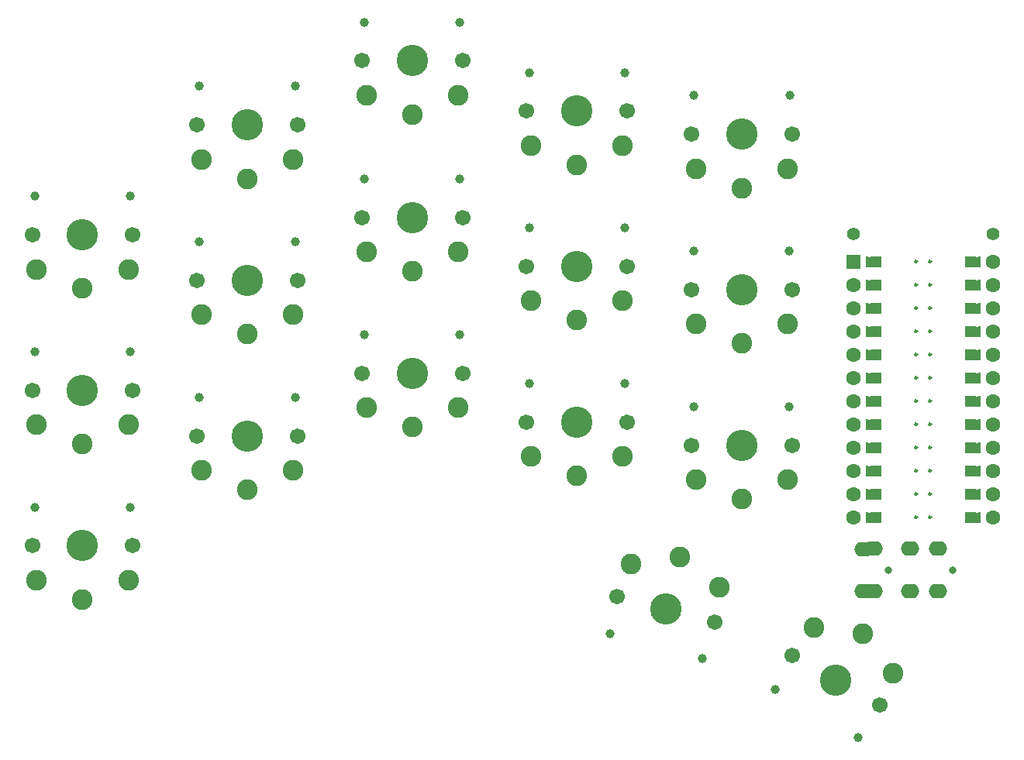
<source format=gbr>
%TF.GenerationSoftware,KiCad,Pcbnew,7.0.2*%
%TF.CreationDate,2023-04-26T16:25:08+02:00*%
%TF.ProjectId,half-swept,68616c66-2d73-4776-9570-742e6b696361,rev?*%
%TF.SameCoordinates,Original*%
%TF.FileFunction,Soldermask,Top*%
%TF.FilePolarity,Negative*%
%FSLAX46Y46*%
G04 Gerber Fmt 4.6, Leading zero omitted, Abs format (unit mm)*
G04 Created by KiCad (PCBNEW 7.0.2) date 2023-04-26 16:25:08*
%MOMM*%
%LPD*%
G01*
G04 APERTURE LIST*
G04 Aperture macros list*
%AMFreePoly0*
4,1,6,0.600000,0.200000,0.000000,-0.400000,-0.600000,0.200000,-0.600000,0.400000,0.600000,0.400000,0.600000,0.200000,0.600000,0.200000,$1*%
%AMFreePoly1*
4,1,6,0.600000,-0.250000,-0.600000,-0.250000,-0.600000,1.000000,0.000000,0.400000,0.600000,1.000000,0.600000,-0.250000,0.600000,-0.250000,$1*%
G04 Aperture macros list end*
%ADD10C,0.250000*%
%ADD11C,0.100000*%
%ADD12C,1.397000*%
%ADD13C,0.800000*%
%ADD14O,2.000000X1.600000*%
%ADD15C,1.701800*%
%ADD16C,0.990600*%
%ADD17C,3.429000*%
%ADD18C,2.262000*%
%ADD19C,1.600000*%
%ADD20FreePoly0,270.000000*%
%ADD21FreePoly0,90.000000*%
%ADD22R,1.600000X1.600000*%
%ADD23FreePoly1,90.000000*%
%ADD24FreePoly1,270.000000*%
G04 APERTURE END LIST*
D10*
%TO.C,U1*%
X119759000Y-49022000D02*
G75*
G03*
X119759000Y-49022000I-125000J0D01*
G01*
X118235000Y-49022000D02*
G75*
G03*
X118235000Y-49022000I-125000J0D01*
G01*
X119759000Y-51562000D02*
G75*
G03*
X119759000Y-51562000I-125000J0D01*
G01*
X118235000Y-51562000D02*
G75*
G03*
X118235000Y-51562000I-125000J0D01*
G01*
X119759000Y-54102000D02*
G75*
G03*
X119759000Y-54102000I-125000J0D01*
G01*
X118235000Y-54102000D02*
G75*
G03*
X118235000Y-54102000I-125000J0D01*
G01*
X119759000Y-56642000D02*
G75*
G03*
X119759000Y-56642000I-125000J0D01*
G01*
X118235000Y-56642000D02*
G75*
G03*
X118235000Y-56642000I-125000J0D01*
G01*
X119759000Y-59182000D02*
G75*
G03*
X119759000Y-59182000I-125000J0D01*
G01*
X118235000Y-59182000D02*
G75*
G03*
X118235000Y-59182000I-125000J0D01*
G01*
X119759000Y-61722000D02*
G75*
G03*
X119759000Y-61722000I-125000J0D01*
G01*
X118235000Y-61722000D02*
G75*
G03*
X118235000Y-61722000I-125000J0D01*
G01*
X119759000Y-64262000D02*
G75*
G03*
X119759000Y-64262000I-125000J0D01*
G01*
X118235000Y-64262000D02*
G75*
G03*
X118235000Y-64262000I-125000J0D01*
G01*
X119759000Y-66802000D02*
G75*
G03*
X119759000Y-66802000I-125000J0D01*
G01*
X118235000Y-66802000D02*
G75*
G03*
X118235000Y-66802000I-125000J0D01*
G01*
X119759000Y-69342000D02*
G75*
G03*
X119759000Y-69342000I-125000J0D01*
G01*
X118235000Y-69342000D02*
G75*
G03*
X118235000Y-69342000I-125000J0D01*
G01*
X119759000Y-71882000D02*
G75*
G03*
X119759000Y-71882000I-125000J0D01*
G01*
X118235000Y-71882000D02*
G75*
G03*
X118235000Y-71882000I-125000J0D01*
G01*
X119759000Y-74422000D02*
G75*
G03*
X119759000Y-74422000I-125000J0D01*
G01*
X118235000Y-74422000D02*
G75*
G03*
X118235000Y-74422000I-125000J0D01*
G01*
X119759000Y-76962000D02*
G75*
G03*
X119759000Y-76962000I-125000J0D01*
G01*
X118235000Y-76962000D02*
G75*
G03*
X118235000Y-76962000I-125000J0D01*
G01*
D11*
X113792000Y-49530000D02*
X112776000Y-49530000D01*
X112776000Y-48514000D01*
X113792000Y-48514000D01*
X113792000Y-49530000D01*
G36*
X113792000Y-49530000D02*
G01*
X112776000Y-49530000D01*
X112776000Y-48514000D01*
X113792000Y-48514000D01*
X113792000Y-49530000D01*
G37*
X124968000Y-49530000D02*
X123952000Y-49530000D01*
X123952000Y-48514000D01*
X124968000Y-48514000D01*
X124968000Y-49530000D01*
G36*
X124968000Y-49530000D02*
G01*
X123952000Y-49530000D01*
X123952000Y-48514000D01*
X124968000Y-48514000D01*
X124968000Y-49530000D01*
G37*
X113792000Y-52070000D02*
X112776000Y-52070000D01*
X112776000Y-51054000D01*
X113792000Y-51054000D01*
X113792000Y-52070000D01*
G36*
X113792000Y-52070000D02*
G01*
X112776000Y-52070000D01*
X112776000Y-51054000D01*
X113792000Y-51054000D01*
X113792000Y-52070000D01*
G37*
X124968000Y-52070000D02*
X123952000Y-52070000D01*
X123952000Y-51054000D01*
X124968000Y-51054000D01*
X124968000Y-52070000D01*
G36*
X124968000Y-52070000D02*
G01*
X123952000Y-52070000D01*
X123952000Y-51054000D01*
X124968000Y-51054000D01*
X124968000Y-52070000D01*
G37*
X113792000Y-54610000D02*
X112776000Y-54610000D01*
X112776000Y-53594000D01*
X113792000Y-53594000D01*
X113792000Y-54610000D01*
G36*
X113792000Y-54610000D02*
G01*
X112776000Y-54610000D01*
X112776000Y-53594000D01*
X113792000Y-53594000D01*
X113792000Y-54610000D01*
G37*
X124968000Y-54610000D02*
X123952000Y-54610000D01*
X123952000Y-53594000D01*
X124968000Y-53594000D01*
X124968000Y-54610000D01*
G36*
X124968000Y-54610000D02*
G01*
X123952000Y-54610000D01*
X123952000Y-53594000D01*
X124968000Y-53594000D01*
X124968000Y-54610000D01*
G37*
X113792000Y-57150000D02*
X112776000Y-57150000D01*
X112776000Y-56134000D01*
X113792000Y-56134000D01*
X113792000Y-57150000D01*
G36*
X113792000Y-57150000D02*
G01*
X112776000Y-57150000D01*
X112776000Y-56134000D01*
X113792000Y-56134000D01*
X113792000Y-57150000D01*
G37*
X124968000Y-57150000D02*
X123952000Y-57150000D01*
X123952000Y-56134000D01*
X124968000Y-56134000D01*
X124968000Y-57150000D01*
G36*
X124968000Y-57150000D02*
G01*
X123952000Y-57150000D01*
X123952000Y-56134000D01*
X124968000Y-56134000D01*
X124968000Y-57150000D01*
G37*
X113792000Y-59690000D02*
X112776000Y-59690000D01*
X112776000Y-58674000D01*
X113792000Y-58674000D01*
X113792000Y-59690000D01*
G36*
X113792000Y-59690000D02*
G01*
X112776000Y-59690000D01*
X112776000Y-58674000D01*
X113792000Y-58674000D01*
X113792000Y-59690000D01*
G37*
X124968000Y-59690000D02*
X123952000Y-59690000D01*
X123952000Y-58674000D01*
X124968000Y-58674000D01*
X124968000Y-59690000D01*
G36*
X124968000Y-59690000D02*
G01*
X123952000Y-59690000D01*
X123952000Y-58674000D01*
X124968000Y-58674000D01*
X124968000Y-59690000D01*
G37*
X113792000Y-62230000D02*
X112776000Y-62230000D01*
X112776000Y-61214000D01*
X113792000Y-61214000D01*
X113792000Y-62230000D01*
G36*
X113792000Y-62230000D02*
G01*
X112776000Y-62230000D01*
X112776000Y-61214000D01*
X113792000Y-61214000D01*
X113792000Y-62230000D01*
G37*
X124968000Y-62230000D02*
X123952000Y-62230000D01*
X123952000Y-61214000D01*
X124968000Y-61214000D01*
X124968000Y-62230000D01*
G36*
X124968000Y-62230000D02*
G01*
X123952000Y-62230000D01*
X123952000Y-61214000D01*
X124968000Y-61214000D01*
X124968000Y-62230000D01*
G37*
X113792000Y-64770000D02*
X112776000Y-64770000D01*
X112776000Y-63754000D01*
X113792000Y-63754000D01*
X113792000Y-64770000D01*
G36*
X113792000Y-64770000D02*
G01*
X112776000Y-64770000D01*
X112776000Y-63754000D01*
X113792000Y-63754000D01*
X113792000Y-64770000D01*
G37*
X124968000Y-64770000D02*
X123952000Y-64770000D01*
X123952000Y-63754000D01*
X124968000Y-63754000D01*
X124968000Y-64770000D01*
G36*
X124968000Y-64770000D02*
G01*
X123952000Y-64770000D01*
X123952000Y-63754000D01*
X124968000Y-63754000D01*
X124968000Y-64770000D01*
G37*
X113792000Y-67310000D02*
X112776000Y-67310000D01*
X112776000Y-66294000D01*
X113792000Y-66294000D01*
X113792000Y-67310000D01*
G36*
X113792000Y-67310000D02*
G01*
X112776000Y-67310000D01*
X112776000Y-66294000D01*
X113792000Y-66294000D01*
X113792000Y-67310000D01*
G37*
X124968000Y-67310000D02*
X123952000Y-67310000D01*
X123952000Y-66294000D01*
X124968000Y-66294000D01*
X124968000Y-67310000D01*
G36*
X124968000Y-67310000D02*
G01*
X123952000Y-67310000D01*
X123952000Y-66294000D01*
X124968000Y-66294000D01*
X124968000Y-67310000D01*
G37*
X113792000Y-69850000D02*
X112776000Y-69850000D01*
X112776000Y-68834000D01*
X113792000Y-68834000D01*
X113792000Y-69850000D01*
G36*
X113792000Y-69850000D02*
G01*
X112776000Y-69850000D01*
X112776000Y-68834000D01*
X113792000Y-68834000D01*
X113792000Y-69850000D01*
G37*
X124968000Y-69850000D02*
X123952000Y-69850000D01*
X123952000Y-68834000D01*
X124968000Y-68834000D01*
X124968000Y-69850000D01*
G36*
X124968000Y-69850000D02*
G01*
X123952000Y-69850000D01*
X123952000Y-68834000D01*
X124968000Y-68834000D01*
X124968000Y-69850000D01*
G37*
X113792000Y-72390000D02*
X112776000Y-72390000D01*
X112776000Y-71374000D01*
X113792000Y-71374000D01*
X113792000Y-72390000D01*
G36*
X113792000Y-72390000D02*
G01*
X112776000Y-72390000D01*
X112776000Y-71374000D01*
X113792000Y-71374000D01*
X113792000Y-72390000D01*
G37*
X124968000Y-72390000D02*
X123952000Y-72390000D01*
X123952000Y-71374000D01*
X124968000Y-71374000D01*
X124968000Y-72390000D01*
G36*
X124968000Y-72390000D02*
G01*
X123952000Y-72390000D01*
X123952000Y-71374000D01*
X124968000Y-71374000D01*
X124968000Y-72390000D01*
G37*
X113792000Y-74930000D02*
X112776000Y-74930000D01*
X112776000Y-73914000D01*
X113792000Y-73914000D01*
X113792000Y-74930000D01*
G36*
X113792000Y-74930000D02*
G01*
X112776000Y-74930000D01*
X112776000Y-73914000D01*
X113792000Y-73914000D01*
X113792000Y-74930000D01*
G37*
X124968000Y-74930000D02*
X123952000Y-74930000D01*
X123952000Y-73914000D01*
X124968000Y-73914000D01*
X124968000Y-74930000D01*
G36*
X124968000Y-74930000D02*
G01*
X123952000Y-74930000D01*
X123952000Y-73914000D01*
X124968000Y-73914000D01*
X124968000Y-74930000D01*
G37*
X113792000Y-77470000D02*
X112776000Y-77470000D01*
X112776000Y-76454000D01*
X113792000Y-76454000D01*
X113792000Y-77470000D01*
G36*
X113792000Y-77470000D02*
G01*
X112776000Y-77470000D01*
X112776000Y-76454000D01*
X113792000Y-76454000D01*
X113792000Y-77470000D01*
G37*
X124968000Y-77470000D02*
X123952000Y-77470000D01*
X123952000Y-76454000D01*
X124968000Y-76454000D01*
X124968000Y-77470000D01*
G36*
X124968000Y-77470000D02*
G01*
X123952000Y-77470000D01*
X123952000Y-76454000D01*
X124968000Y-76454000D01*
X124968000Y-77470000D01*
G37*
%TD*%
D12*
%TO.C,B+*%
X126492000Y-45974000D03*
%TD*%
%TO.C,B-*%
X111252000Y-45974000D03*
%TD*%
D13*
%TO.C,J2*%
X122098000Y-82750000D03*
X115098000Y-82750000D03*
D14*
X117478000Y-80420000D03*
X117498000Y-85050000D03*
X120478000Y-80420000D03*
X120498000Y-85050000D03*
X112398000Y-80450000D03*
X112378000Y-85020000D03*
X113478000Y-80420000D03*
X113498000Y-85050000D03*
%TD*%
D15*
%TO.C,SW1*%
X21580000Y-46080000D03*
D16*
X21860000Y-41880000D03*
D17*
X27080000Y-46080000D03*
D16*
X32300000Y-41880000D03*
D15*
X32580000Y-46080000D03*
D18*
X27080000Y-51980000D03*
X22080000Y-49880000D03*
X32080000Y-49880000D03*
%TD*%
D15*
%TO.C,SW2*%
X39580000Y-34080000D03*
D16*
X39860000Y-29880000D03*
D17*
X45080000Y-34080000D03*
D16*
X50300000Y-29880000D03*
D15*
X50580000Y-34080000D03*
D18*
X45080000Y-39980000D03*
X40080000Y-37880000D03*
X50080000Y-37880000D03*
%TD*%
D15*
%TO.C,SW3*%
X57580000Y-27080000D03*
D16*
X57860000Y-22880000D03*
D17*
X63080000Y-27080000D03*
D16*
X68300000Y-22880000D03*
D15*
X68580000Y-27080000D03*
D18*
X63080000Y-32980000D03*
X58080000Y-30880000D03*
X68080000Y-30880000D03*
%TD*%
D15*
%TO.C,SW4*%
X75580000Y-32580000D03*
D16*
X75860000Y-28380000D03*
D17*
X81080000Y-32580000D03*
D16*
X86300000Y-28380000D03*
D15*
X86580000Y-32580000D03*
D18*
X81080000Y-38480000D03*
X76080000Y-36380000D03*
X86080000Y-36380000D03*
%TD*%
D15*
%TO.C,SW5*%
X93580000Y-35080000D03*
D16*
X93860000Y-30880000D03*
D17*
X99080000Y-35080000D03*
D16*
X104300000Y-30880000D03*
D15*
X104580000Y-35080000D03*
D18*
X99080000Y-40980000D03*
X94080000Y-38880000D03*
X104080000Y-38880000D03*
%TD*%
D15*
%TO.C,SW6*%
X21580000Y-63080000D03*
D16*
X21860000Y-58880000D03*
D17*
X27080000Y-63080000D03*
D16*
X32300000Y-58880000D03*
D15*
X32580000Y-63080000D03*
D18*
X27080000Y-68980000D03*
X22080000Y-66880000D03*
X32080000Y-66880000D03*
%TD*%
D15*
%TO.C,SW7*%
X39580000Y-51054000D03*
D16*
X39860000Y-46854000D03*
D17*
X45080000Y-51054000D03*
D16*
X50300000Y-46854000D03*
D15*
X50580000Y-51054000D03*
D18*
X45080000Y-56954000D03*
X40080000Y-54854000D03*
X50080000Y-54854000D03*
%TD*%
D15*
%TO.C,SW8*%
X57580000Y-44196000D03*
D16*
X57860000Y-39996000D03*
D17*
X63080000Y-44196000D03*
D16*
X68300000Y-39996000D03*
D15*
X68580000Y-44196000D03*
D18*
X63080000Y-50096000D03*
X58080000Y-47996000D03*
X68080000Y-47996000D03*
%TD*%
D15*
%TO.C,SW9*%
X75580000Y-49530000D03*
D16*
X75860000Y-45330000D03*
D17*
X81080000Y-49530000D03*
D16*
X86300000Y-45330000D03*
D15*
X86580000Y-49530000D03*
D18*
X81080000Y-55430000D03*
X76080000Y-53330000D03*
X86080000Y-53330000D03*
%TD*%
D15*
%TO.C,SW10*%
X93560000Y-52070000D03*
D16*
X93840000Y-47870000D03*
D17*
X99060000Y-52070000D03*
D16*
X104280000Y-47870000D03*
D15*
X104560000Y-52070000D03*
D18*
X99060000Y-57970000D03*
X94060000Y-55870000D03*
X104060000Y-55870000D03*
%TD*%
D15*
%TO.C,SW11*%
X21580000Y-80080000D03*
D16*
X21860000Y-75880000D03*
D17*
X27080000Y-80080000D03*
D16*
X32300000Y-75880000D03*
D15*
X32580000Y-80080000D03*
D18*
X27080000Y-85980000D03*
X22080000Y-83880000D03*
X32080000Y-83880000D03*
%TD*%
D15*
%TO.C,SW12*%
X39580000Y-68072000D03*
D16*
X39860000Y-63872000D03*
D17*
X45080000Y-68072000D03*
D16*
X50300000Y-63872000D03*
D15*
X50580000Y-68072000D03*
D18*
X45080000Y-73972000D03*
X40080000Y-71872000D03*
X50080000Y-71872000D03*
%TD*%
D15*
%TO.C,SW13*%
X57580000Y-61214000D03*
D16*
X57860000Y-57014000D03*
D17*
X63080000Y-61214000D03*
D16*
X68300000Y-57014000D03*
D15*
X68580000Y-61214000D03*
D18*
X63080000Y-67114000D03*
X58080000Y-65014000D03*
X68080000Y-65014000D03*
%TD*%
D15*
%TO.C,SW14*%
X75580000Y-66548000D03*
D16*
X75860000Y-62348000D03*
D17*
X81080000Y-66548000D03*
D16*
X86300000Y-62348000D03*
D15*
X86580000Y-66548000D03*
D18*
X81080000Y-72448000D03*
X76080000Y-70348000D03*
X86080000Y-70348000D03*
%TD*%
D15*
%TO.C,SW15*%
X93560000Y-69088000D03*
D16*
X93840000Y-64888000D03*
D17*
X99060000Y-69088000D03*
D16*
X104280000Y-64888000D03*
D15*
X104560000Y-69088000D03*
D18*
X99060000Y-74988000D03*
X94060000Y-72888000D03*
X104060000Y-72888000D03*
%TD*%
D15*
%TO.C,SW17*%
X114119140Y-97530000D03*
D16*
X111776653Y-101027307D03*
D17*
X109356000Y-94780000D03*
D16*
X102735347Y-95807307D03*
D15*
X104592860Y-92030000D03*
D18*
X112306000Y-89670450D03*
X115586127Y-93989103D03*
X106925873Y-88989103D03*
%TD*%
D15*
%TO.C,SW16*%
X96108592Y-88453505D03*
D16*
X94751093Y-92437924D03*
D17*
X90796000Y-87030000D03*
D16*
X84666827Y-89735853D03*
D15*
X85483408Y-85606495D03*
D18*
X92323032Y-81331038D03*
X96609142Y-84653577D03*
X86949883Y-82065387D03*
%TD*%
D19*
%TO.C,U1*%
X126492000Y-49022000D03*
D20*
X124714000Y-49022000D03*
D21*
X113030000Y-49022000D03*
D19*
X111252000Y-49022000D03*
D22*
X111252000Y-49022000D03*
D19*
X126492000Y-51562000D03*
D20*
X124714000Y-51562000D03*
D21*
X113030000Y-51562000D03*
D19*
X111252000Y-51562000D03*
X126492000Y-54102000D03*
D20*
X124714000Y-54102000D03*
D21*
X113030000Y-54102000D03*
D19*
X111252000Y-54102000D03*
X126492000Y-56642000D03*
D20*
X124714000Y-56642000D03*
D21*
X113030000Y-56642000D03*
D19*
X111252000Y-56642000D03*
X126492000Y-59182000D03*
D20*
X124714000Y-59182000D03*
D21*
X113030000Y-59182000D03*
D19*
X111252000Y-59182000D03*
X126492000Y-61722000D03*
D20*
X124714000Y-61722000D03*
D21*
X113030000Y-61722000D03*
D19*
X111252000Y-61722000D03*
X126492000Y-64262000D03*
D20*
X124714000Y-64262000D03*
D21*
X113030000Y-64262000D03*
D19*
X111252000Y-64262000D03*
X126492000Y-66802000D03*
D20*
X124714000Y-66802000D03*
D21*
X113030000Y-66802000D03*
D19*
X111252000Y-66802000D03*
X126492000Y-69342000D03*
D20*
X124714000Y-69342000D03*
D21*
X113030000Y-69342000D03*
D19*
X111252000Y-69342000D03*
X126492000Y-71882000D03*
D20*
X124714000Y-71882000D03*
D21*
X113030000Y-71882000D03*
D19*
X111252000Y-71882000D03*
X126492000Y-74422000D03*
D20*
X124714000Y-74422000D03*
D21*
X113030000Y-74422000D03*
D19*
X111252000Y-74422000D03*
X126492000Y-76962000D03*
D20*
X124714000Y-76962000D03*
D21*
X113030000Y-76962000D03*
D19*
X111252000Y-76962000D03*
D23*
X114046000Y-49022000D03*
X114046000Y-51562000D03*
X114046000Y-54102000D03*
X114046000Y-56642000D03*
X114046000Y-59182000D03*
X114046000Y-61722000D03*
X114046000Y-64262000D03*
X114046000Y-66802000D03*
X114046000Y-69342000D03*
X114046000Y-71882000D03*
X114046000Y-74422000D03*
X114046000Y-76962000D03*
D24*
X123698000Y-76962000D03*
X123698000Y-74422000D03*
X123698000Y-71882000D03*
X123698000Y-69342000D03*
X123698000Y-66802000D03*
X123698000Y-64262000D03*
X123698000Y-61722000D03*
X123698000Y-59182000D03*
X123698000Y-56642000D03*
X123698000Y-54102000D03*
X123698000Y-51562000D03*
X123698000Y-49022000D03*
%TD*%
M02*

</source>
